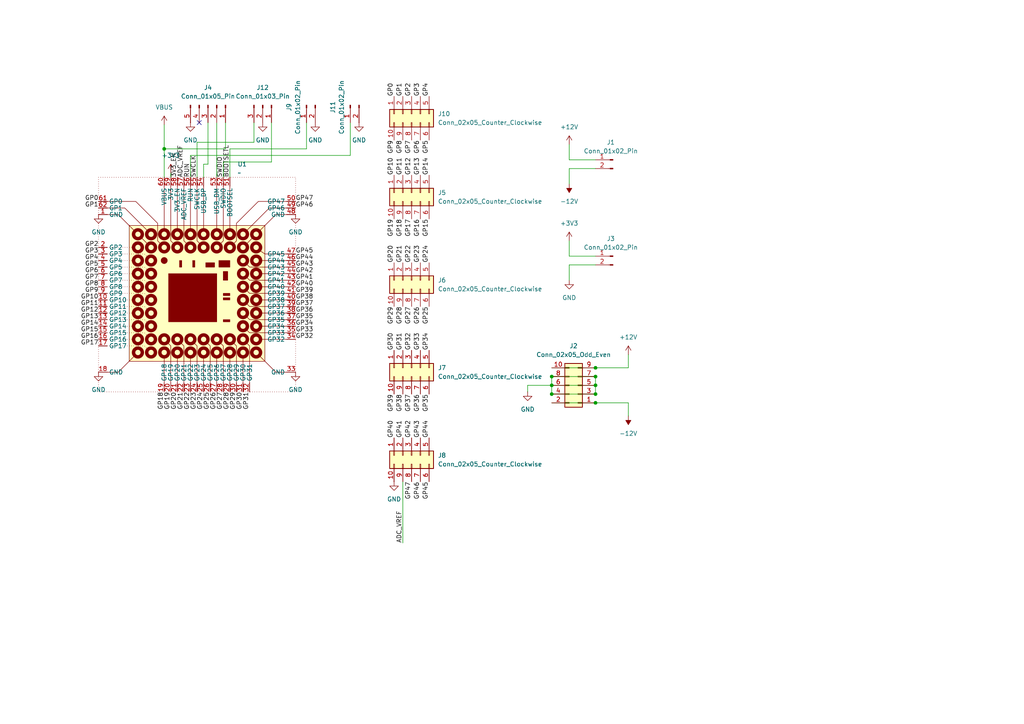
<source format=kicad_sch>
(kicad_sch (version 20231120) (generator "eeschema") (generator_version "8.0")
  (paper "A4")
  (lib_symbols
    (symbol "Connector:Conn_01x02_Pin" (pin_names (offset 1.016) hide)
      (property "Reference" "J" (at 0 2.54 0))
      (property "Value" "Conn_01x02_Pin" (at 0 -5.08 0))
      (symbol "Conn_01x02_Pin_1_1"
        (polyline (pts (xy 1.27 -2.54) (xy 0.8636 -2.54)) (stroke (width 0.1524)))
        (polyline (pts (xy 1.27 0) (xy 0.8636 0)) (stroke (width 0.1524)))
        (rectangle (start 0.8636 -2.413) (end 0 -2.667) (stroke (width 0.1524)) (fill (type outline)))
        (rectangle (start 0.8636 0.127) (end 0 -0.127) (stroke (width 0.1524)) (fill (type outline)))
        (pin passive line (at 5.08 0 180) (length 3.81) (name "Pin_1") (number "1"))
        (pin passive line (at 5.08 -2.54 180) (length 3.81) (name "Pin_2") (number "2"))
      )
    )
    (symbol "Connector:Conn_01x03_Pin" (pin_names (offset 1.016) hide)
      (property "Reference" "J" (at 0 5.08 0))
      (property "Value" "Conn_01x03_Pin" (at 0 -5.08 0))
      (symbol "Conn_01x03_Pin_1_1"
        (polyline (pts (xy 1.27 -2.54) (xy 0.8636 -2.54)) (stroke (width 0.1524)))
        (polyline (pts (xy 1.27 0) (xy 0.8636 0)) (stroke (width 0.1524)))
        (polyline (pts (xy 1.27 2.54) (xy 0.8636 2.54)) (stroke (width 0.1524)))
        (rectangle (start 0.8636 -2.413) (end 0 -2.667) (stroke (width 0.1524)) (fill (type outline)))
        (rectangle (start 0.8636 0.127) (end 0 -0.127) (stroke (width 0.1524)) (fill (type outline)))
        (rectangle (start 0.8636 2.667) (end 0 2.413) (stroke (width 0.1524)) (fill (type outline)))
        (pin passive line (at 5.08 2.54 180) (length 3.81) (name "Pin_1") (number "1"))
        (pin passive line (at 5.08 0 180) (length 3.81) (name "Pin_2") (number "2"))
        (pin passive line (at 5.08 -2.54 180) (length 3.81) (name "Pin_3") (number "3"))
      )
    )
    (symbol "Connector:Conn_01x05_Pin" (pin_names (offset 1.016) hide)
      (property "Reference" "J" (at 0 7.62 0))
      (property "Value" "Conn_01x05_Pin" (at 0 -7.62 0))
      (symbol "Conn_01x05_Pin_1_1"
        (polyline (pts (xy 1.27 -5.08) (xy 0.8636 -5.08)) (stroke (width 0.1524)))
        (polyline (pts (xy 1.27 -2.54) (xy 0.8636 -2.54)) (stroke (width 0.1524)))
        (polyline (pts (xy 1.27 0) (xy 0.8636 0)) (stroke (width 0.1524)))
        (polyline (pts (xy 1.27 2.54) (xy 0.8636 2.54)) (stroke (width 0.1524)))
        (polyline (pts (xy 1.27 5.08) (xy 0.8636 5.08)) (stroke (width 0.1524)))
        (rectangle (start 0.8636 -4.953) (end 0 -5.207) (stroke (width 0.1524)) (fill (type outline)))
        (rectangle (start 0.8636 -2.413) (end 0 -2.667) (stroke (width 0.1524)) (fill (type outline)))
        (rectangle (start 0.8636 0.127) (end 0 -0.127) (stroke (width 0.1524)) (fill (type outline)))
        (rectangle (start 0.8636 2.667) (end 0 2.413) (stroke (width 0.1524)) (fill (type outline)))
        (rectangle (start 0.8636 5.207) (end 0 4.953) (stroke (width 0.1524)) (fill (type outline)))
        (pin passive line (at 5.08 5.08 180) (length 3.81) (name "Pin_1") (number "1"))
        (pin passive line (at 5.08 2.54 180) (length 3.81) (name "Pin_2") (number "2"))
        (pin passive line (at 5.08 0 180) (length 3.81) (name "Pin_3") (number "3"))
        (pin passive line (at 5.08 -2.54 180) (length 3.81) (name "Pin_4") (number "4"))
        (pin passive line (at 5.08 -5.08 180) (length 3.81) (name "Pin_5") (number "5"))
      )
    )
    (symbol "Connector_Generic:Conn_02x05_Counter_Clockwise" (pin_names (offset 1.016) hide)
      (property "Reference" "J" (at 1.27 7.62 0))
      (property "Value" "Conn_02x05_Counter_Clockwise" (at 1.27 -7.62 0))
      (symbol "Conn_02x05_Counter_Clockwise_1_1"
        (rectangle (start -1.27 -4.953) (end 0 -5.207) (stroke (width 0.1524)))
        (rectangle (start -1.27 -2.413) (end 0 -2.667) (stroke (width 0.1524)))
        (rectangle (start -1.27 0.127) (end 0 -0.127) (stroke (width 0.1524)))
        (rectangle (start -1.27 2.667) (end 0 2.413) (stroke (width 0.1524)))
        (rectangle (start -1.27 5.207) (end 0 4.953) (stroke (width 0.1524)))
        (rectangle (start -1.27 6.35) (end 3.81 -6.35) (stroke (width 0.254)) (fill (type background)))
        (rectangle (start 3.81 -4.953) (end 2.54 -5.207) (stroke (width 0.1524)))
        (rectangle (start 3.81 -2.413) (end 2.54 -2.667) (stroke (width 0.1524)))
        (rectangle (start 3.81 0.127) (end 2.54 -0.127) (stroke (width 0.1524)))
        (rectangle (start 3.81 2.667) (end 2.54 2.413) (stroke (width 0.1524)))
        (rectangle (start 3.81 5.207) (end 2.54 4.953) (stroke (width 0.1524)))
        (pin passive line (at -5.08 5.08 0) (length 3.81) (name "Pin_1") (number "1"))
        (pin passive line (at 7.62 5.08 180) (length 3.81) (name "Pin_10") (number "10"))
        (pin passive line (at -5.08 2.54 0) (length 3.81) (name "Pin_2") (number "2"))
        (pin passive line (at -5.08 0 0) (length 3.81) (name "Pin_3") (number "3"))
        (pin passive line (at -5.08 -2.54 0) (length 3.81) (name "Pin_4") (number "4"))
        (pin passive line (at -5.08 -5.08 0) (length 3.81) (name "Pin_5") (number "5"))
        (pin passive line (at 7.62 -5.08 180) (length 3.81) (name "Pin_6") (number "6"))
        (pin passive line (at 7.62 -2.54 180) (length 3.81) (name "Pin_7") (number "7"))
        (pin passive line (at 7.62 0 180) (length 3.81) (name "Pin_8") (number "8"))
        (pin passive line (at 7.62 2.54 180) (length 3.81) (name "Pin_9") (number "9"))
      )
    )
    (symbol "Connector_Generic:Conn_02x05_Odd_Even" (pin_names (offset 1.016) hide)
      (property "Reference" "J" (at 1.27 7.62 0))
      (property "Value" "Conn_02x05_Odd_Even" (at 1.27 -7.62 0))
      (symbol "Conn_02x05_Odd_Even_1_1"
        (rectangle (start -1.27 -4.953) (end 0 -5.207) (stroke (width 0.1524)))
        (rectangle (start -1.27 -2.413) (end 0 -2.667) (stroke (width 0.1524)))
        (rectangle (start -1.27 0.127) (end 0 -0.127) (stroke (width 0.1524)))
        (rectangle (start -1.27 2.667) (end 0 2.413) (stroke (width 0.1524)))
        (rectangle (start -1.27 5.207) (end 0 4.953) (stroke (width 0.1524)))
        (rectangle (start -1.27 6.35) (end 3.81 -6.35) (stroke (width 0.254)) (fill (type background)))
        (rectangle (start 3.81 -4.953) (end 2.54 -5.207) (stroke (width 0.1524)))
        (rectangle (start 3.81 -2.413) (end 2.54 -2.667) (stroke (width 0.1524)))
        (rectangle (start 3.81 0.127) (end 2.54 -0.127) (stroke (width 0.1524)))
        (rectangle (start 3.81 2.667) (end 2.54 2.413) (stroke (width 0.1524)))
        (rectangle (start 3.81 5.207) (end 2.54 4.953) (stroke (width 0.1524)))
        (pin passive line (at -5.08 5.08 0) (length 3.81) (name "Pin_1") (number "1"))
        (pin passive line (at 7.62 -5.08 180) (length 3.81) (name "Pin_10") (number "10"))
        (pin passive line (at 7.62 5.08 180) (length 3.81) (name "Pin_2") (number "2"))
        (pin passive line (at -5.08 2.54 0) (length 3.81) (name "Pin_3") (number "3"))
        (pin passive line (at 7.62 2.54 180) (length 3.81) (name "Pin_4") (number "4"))
        (pin passive line (at -5.08 0 0) (length 3.81) (name "Pin_5") (number "5"))
        (pin passive line (at 7.62 0 180) (length 3.81) (name "Pin_6") (number "6"))
        (pin passive line (at -5.08 -2.54 0) (length 3.81) (name "Pin_7") (number "7"))
        (pin passive line (at 7.62 -2.54 180) (length 3.81) (name "Pin_8") (number "8"))
        (pin passive line (at -5.08 -5.08 0) (length 3.81) (name "Pin_9") (number "9"))
      )
    )
    (symbol "allen-synthesis:PGA2350"
      (property "Reference" "U" (at 0 1.27 0))
      (symbol "PGA2350_1_1"
        (polyline (pts (xy 2.54 -46.99) (xy 10.16 -46.99)))
        (polyline (pts (xy 2.54 -43.18) (xy 10.16 -43.18)))
        (polyline (pts (xy 2.54 -39.37) (xy 10.16 -39.37)))
        (polyline (pts (xy 2.54 -35.56) (xy 10.16 -35.56)))
        (polyline (pts (xy 2.54 -31.75) (xy 10.16 -31.75)))
        (polyline (pts (xy 2.54 -27.94) (xy 10.16 -27.94)))
        (polyline (pts (xy 2.54 -24.13) (xy 10.16 -24.13)))
        (polyline (pts (xy 2.54 -20.32) (xy 10.16 -20.32)))
        (polyline (pts (xy 14.605 -19.685) (xy 12.065 -17.145)))
        (polyline (pts (xy 19.05 -59.69) (xy 19.05 -52.07)))
        (polyline (pts (xy 19.05 -2.54) (xy 19.05 -15.24)))
        (polyline (pts (xy 22.86 -59.69) (xy 22.86 -52.07)))
        (polyline (pts (xy 22.86 -2.54) (xy 22.86 -15.24)))
        (polyline (pts (xy 26.67 -59.69) (xy 26.67 -52.07)))
        (polyline (pts (xy 26.67 -2.54) (xy 26.67 -15.24)))
        (polyline (pts (xy 30.48 -59.69) (xy 30.48 -52.07)))
        (polyline (pts (xy 30.48 -2.54) (xy 30.48 -15.24)))
        (polyline (pts (xy 34.29 -59.69) (xy 34.29 -52.07)))
        (polyline (pts (xy 34.29 -2.54) (xy 34.29 -15.24)))
        (polyline (pts (xy 38.1 -59.69) (xy 38.1 -52.07)))
        (polyline (pts (xy 38.1 -2.54) (xy 38.1 -15.24)))
        (polyline (pts (xy 41.91 -59.69) (xy 41.91 -52.07)))
        (polyline (pts (xy 42.545 -19.685) (xy 45.085 -17.145)))
        (polyline (pts (xy 54.61 -46.99) (xy 46.99 -46.99)))
        (polyline (pts (xy 54.61 -43.18) (xy 46.99 -43.18)))
        (polyline (pts (xy 54.61 -39.37) (xy 46.99 -39.37)))
        (polyline (pts (xy 54.61 -35.56) (xy 46.99 -35.56)))
        (polyline (pts (xy 54.61 -31.75) (xy 46.99 -31.75)))
        (polyline (pts (xy 54.61 -27.94) (xy 46.99 -27.94)))
        (polyline (pts (xy 54.61 -24.13) (xy 46.99 -24.13)))
        (polyline (pts (xy 2.54 -48.895) (xy 13.335 -48.895) (xy 14.605 -50.165)))
        (polyline (pts (xy 2.54 -45.085) (xy 13.335 -45.085) (xy 14.605 -46.355)))
        (polyline (pts (xy 2.54 -41.275) (xy 13.335 -41.275) (xy 14.605 -42.545)))
        (polyline (pts (xy 2.54 -37.465) (xy 13.335 -37.465) (xy 14.605 -38.735)))
        (polyline (pts (xy 2.54 -33.655) (xy 13.335 -33.655) (xy 14.605 -34.925)))
        (polyline (pts (xy 2.54 -29.845) (xy 13.335 -29.845) (xy 14.605 -31.115)))
        (polyline (pts (xy 2.54 -26.035) (xy 13.335 -26.035) (xy 14.605 -27.305)))
        (polyline (pts (xy 2.54 -22.225) (xy 13.335 -22.225) (xy 14.605 -23.495)))
        (polyline (pts (xy 10.795 -51.435) (xy 5.715 -56.515) (xy 2.54 -56.515)))
        (polyline (pts (xy 10.795 -15.875) (xy 5.715 -10.795) (xy 2.54 -10.795)))
        (polyline (pts (xy 14.605 -15.875) (xy 7.62 -8.89) (xy 2.54 -8.89)))
        (polyline (pts (xy 20.955 -59.69) (xy 20.955 -48.895) (xy 19.685 -47.625)))
        (polyline (pts (xy 20.955 -2.54) (xy 20.955 -18.415) (xy 22.225 -19.685)))
        (polyline (pts (xy 24.765 -59.69) (xy 24.765 -48.895) (xy 23.495 -47.625)))
        (polyline (pts (xy 24.765 -2.54) (xy 24.765 -18.415) (xy 26.035 -19.685)))
        (polyline (pts (xy 28.575 -59.69) (xy 28.575 -48.895) (xy 27.305 -47.625)))
        (polyline (pts (xy 28.575 -2.54) (xy 28.575 -18.415) (xy 29.845 -19.685)))
        (polyline (pts (xy 32.385 -59.69) (xy 32.385 -48.895) (xy 31.115 -47.625)))
        (polyline (pts (xy 36.195 -59.69) (xy 36.195 -48.895) (xy 34.925 -47.625)))
        (polyline (pts (xy 36.195 -2.54) (xy 36.195 -18.415) (xy 34.925 -19.685)))
        (polyline (pts (xy 40.005 -59.69) (xy 40.005 -48.895) (xy 38.735 -47.625)))
        (polyline (pts (xy 42.545 -15.875) (xy 49.53 -8.89) (xy 54.61 -8.89)))
        (polyline (pts (xy 43.815 -59.69) (xy 43.815 -48.895) (xy 42.545 -47.625)))
        (polyline (pts (xy 46.355 -51.435) (xy 51.435 -56.515) (xy 54.61 -56.515)))
        (polyline (pts (xy 46.355 -15.875) (xy 51.435 -10.795) (xy 54.61 -10.795)))
        (polyline (pts (xy 54.61 -45.085) (xy 43.815 -45.085) (xy 42.545 -43.815)))
        (polyline (pts (xy 54.61 -41.275) (xy 43.815 -41.275) (xy 42.545 -40.005)))
        (polyline (pts (xy 54.61 -37.465) (xy 43.815 -37.465) (xy 42.545 -36.195)))
        (polyline (pts (xy 54.61 -33.655) (xy 43.815 -33.655) (xy 42.545 -32.385)))
        (polyline (pts (xy 54.61 -29.845) (xy 43.815 -29.845) (xy 42.545 -28.575)))
        (polyline (pts (xy 54.61 -26.035) (xy 43.815 -26.035) (xy 42.545 -24.765)))
        (polyline (pts (xy 54.61 -22.225) (xy 48.26 -22.225) (xy 46.355 -20.955)))
        (polyline (pts (xy 18.415 -19.685) (xy 17.145 -18.415) (xy 17.145 -13.335) (xy 10.795 -6.985) (xy 2.54 -6.985)))
        (polyline (pts (xy 38.735 -19.685) (xy 40.005 -18.415) (xy 40.005 -13.335) (xy 46.355 -6.985) (xy 54.61 -6.985)))
        (rectangle (start 0 0) (end 57.15 -62.23) (stroke (width 0) (type dot)))
        (rectangle (start 8.89 -13.97) (end 48.26 -53.34) (fill (type background)))
        (circle (center 11.43 -50.8) (radius 1.27) (stroke (width 1)))
        (circle (center 11.43 -46.99) (radius 1.27) (stroke (width 1)))
        (circle (center 11.43 -43.18) (radius 1.27) (stroke (width 1)))
        (circle (center 11.43 -39.37) (radius 1.27) (stroke (width 1)))
        (circle (center 11.43 -35.56) (radius 1.27) (stroke (width 1)))
        (circle (center 11.43 -31.75) (radius 1.27) (stroke (width 1)))
        (circle (center 11.43 -27.94) (radius 1.27) (stroke (width 1)))
        (circle (center 11.43 -24.13) (radius 1.27) (stroke (width 1)))
        (circle (center 11.43 -20.32) (radius 1.27) (stroke (width 1)))
        (circle (center 11.43 -16.51) (radius 1.27) (stroke (width 1)))
        (circle (center 15.24 -50.8) (radius 1.27) (stroke (width 1)))
        (circle (center 15.24 -46.99) (radius 1.27) (stroke (width 1)))
        (circle (center 15.24 -43.18) (radius 1.27) (stroke (width 1)))
        (circle (center 15.24 -39.37) (radius 1.27) (stroke (width 1)))
        (circle (center 15.24 -35.56) (radius 1.27) (stroke (width 1)))
        (circle (center 15.24 -31.75) (radius 1.27) (stroke (width 1)))
        (circle (center 15.24 -27.94) (radius 1.27) (stroke (width 1)))
        (circle (center 15.24 -24.13) (radius 1.27) (stroke (width 1)))
        (circle (center 15.24 -20.32) (radius 1.27) (stroke (width 1)))
        (circle (center 15.24 -16.51) (radius 1.27) (stroke (width 1)))
        (circle (center 19.05 -50.8) (radius 1.27) (stroke (width 1)))
        (circle (center 19.05 -46.99) (radius 1.27) (stroke (width 1)))
        (circle (center 19.05 -24.13) (radius 0.898) (fill (type outline)))
        (circle (center 19.05 -20.32) (radius 1.27) (stroke (width 1)))
        (circle (center 19.05 -16.51) (radius 1.27) (stroke (width 1)))
        (rectangle (start 20.32 -27.94) (end 34.29 -41.91) (fill (type outline)))
        (circle (center 22.86 -50.8) (radius 1.27) (stroke (width 1)))
        (circle (center 22.86 -46.99) (radius 1.27) (stroke (width 1)))
        (circle (center 22.86 -20.32) (radius 1.27) (stroke (width 1)))
        (circle (center 22.86 -16.51) (radius 1.27) (stroke (width 1)))
        (rectangle (start 23.495 -24.13) (end 24.13 -26.035) (fill (type outline)))
        (circle (center 26.67 -50.8) (radius 1.27) (stroke (width 1)))
        (circle (center 26.67 -46.99) (radius 1.27) (stroke (width 1)))
        (circle (center 26.67 -20.32) (radius 1.27) (stroke (width 1)))
        (circle (center 26.67 -16.51) (radius 1.27) (stroke (width 1)))
        (rectangle (start 27.305 -24.13) (end 27.94 -26.035) (fill (type outline)))
        (circle (center 30.48 -50.8) (radius 1.27) (stroke (width 1)))
        (circle (center 30.48 -46.99) (radius 1.27) (stroke (width 1)))
        (circle (center 30.48 -20.32) (radius 1.27) (stroke (width 1)))
        (circle (center 30.48 -16.51) (radius 1.27) (stroke (width 1)))
        (rectangle (start 31.115 -26.035) (end 33.655 -24.765) (fill (type outline)))
        (circle (center 34.29 -50.8) (radius 1.27) (stroke (width 1)))
        (circle (center 34.29 -46.99) (radius 1.27) (stroke (width 1)))
        (circle (center 34.29 -20.32) (radius 1.27) (stroke (width 1)))
        (circle (center 34.29 -16.51) (radius 1.27) (stroke (width 1)))
        (rectangle (start 34.925 -24.13) (end 38.1 -26.035) (fill (type outline)))
        (rectangle (start 36.195 -41.91) (end 38.1 -41.275) (fill (type outline)))
        (rectangle (start 36.195 -35.56) (end 38.1 -34.925) (fill (type outline)))
        (rectangle (start 36.195 -34.29) (end 38.1 -33.655) (fill (type outline)))
        (rectangle (start 36.195 -27.305) (end 37.465 -29.845) (fill (type outline)))
        (circle (center 38.1 -50.8) (radius 1.27) (stroke (width 1)))
        (circle (center 38.1 -46.99) (radius 1.27) (stroke (width 1)))
        (circle (center 38.1 -20.32) (radius 1.27) (stroke (width 1)))
        (circle (center 38.1 -16.51) (radius 1.27) (stroke (width 1)))
        (circle (center 41.91 -50.8) (radius 1.27) (stroke (width 1)))
        (circle (center 41.91 -46.99) (radius 1.27) (stroke (width 1)))
        (circle (center 41.91 -43.18) (radius 1.27) (stroke (width 1)))
        (circle (center 41.91 -39.37) (radius 1.27) (stroke (width 1)))
        (circle (center 41.91 -35.56) (radius 1.27) (stroke (width 1)))
        (circle (center 41.91 -31.75) (radius 1.27) (stroke (width 1)))
        (circle (center 41.91 -27.94) (radius 1.27) (stroke (width 1)))
        (circle (center 41.91 -24.13) (radius 1.27) (stroke (width 1)))
        (circle (center 41.91 -20.32) (radius 1.27) (stroke (width 1)))
        (circle (center 41.91 -16.51) (radius 1.27) (stroke (width 1)))
        (circle (center 45.72 -50.8) (radius 1.27) (stroke (width 1)))
        (circle (center 45.72 -46.99) (radius 1.27) (stroke (width 1)))
        (circle (center 45.72 -43.18) (radius 1.27) (stroke (width 1)))
        (circle (center 45.72 -39.37) (radius 1.27) (stroke (width 1)))
        (circle (center 45.72 -35.56) (radius 1.27) (stroke (width 1)))
        (circle (center 45.72 -31.75) (radius 1.27) (stroke (width 1)))
        (circle (center 45.72 -27.94) (radius 1.27) (stroke (width 1)))
        (circle (center 45.72 -24.13) (radius 1.27) (stroke (width 1)))
        (circle (center 45.72 -20.32) (radius 1.27) (stroke (width 1)))
        (circle (center 45.72 -16.51) (radius 1.27) (stroke (width 1)))
        (pin bidirectional line (at 0 -10.795 0) (length 2.54) (name "GND") (number "1"))
        (pin bidirectional line (at 0 -35.56 0) (length 2.54) (name "GP10") (number "10"))
        (pin bidirectional line (at 0 -37.465 0) (length 2.54) (name "GP11") (number "11"))
        (pin bidirectional line (at 0 -39.37 0) (length 2.54) (name "GP12") (number "12"))
        (pin bidirectional line (at 0 -41.275 0) (length 2.54) (name "GP13") (number "13"))
        (pin bidirectional line (at 0 -43.18 0) (length 2.54) (name "GP14") (number "14"))
        (pin bidirectional line (at 0 -45.085 0) (length 2.54) (name "GP15") (number "15"))
        (pin bidirectional line (at 0 -46.99 0) (length 2.54) (name "GP16") (number "16"))
        (pin bidirectional line (at 0 -48.895 0) (length 2.54) (name "GP17") (number "17"))
        (pin bidirectional line (at 0 -56.515 0) (length 2.54) (name "GND") (number "18"))
        (pin bidirectional line (at 19.05 -62.23 90) (length 2.54) (name "GP18") (number "19"))
        (pin bidirectional line (at 0 -20.32 0) (length 2.54) (name "GP2") (number "2"))
        (pin bidirectional line (at 20.955 -62.23 90) (length 2.54) (name "GP19") (number "20"))
        (pin bidirectional line (at 22.86 -62.23 90) (length 2.54) (name "GP20") (number "21"))
        (pin bidirectional line (at 24.765 -62.23 90) (length 2.54) (name "GP21") (number "22"))
        (pin bidirectional line (at 26.67 -62.23 90) (length 2.54) (name "GP22") (number "23"))
        (pin bidirectional line (at 28.575 -62.23 90) (length 2.54) (name "GP23") (number "24"))
        (pin bidirectional line (at 30.48 -62.23 90) (length 2.54) (name "GP24") (number "25"))
        (pin bidirectional line (at 32.385 -62.23 90) (length 2.54) (name "GP25") (number "26"))
        (pin bidirectional line (at 34.29 -62.23 90) (length 2.54) (name "GP26") (number "27"))
        (pin bidirectional line (at 36.195 -62.23 90) (length 2.54) (name "GP27") (number "28"))
        (pin bidirectional line (at 38.1 -62.23 90) (length 2.54) (name "GP28") (number "29"))
        (pin bidirectional line (at 0 -22.225 0) (length 2.54) (name "GP3") (number "3"))
        (pin bidirectional line (at 40.005 -62.23 90) (length 2.54) (name "GP29") (number "30"))
        (pin bidirectional line (at 41.91 -62.23 90) (length 2.54) (name "GP30") (number "31"))
        (pin bidirectional line (at 43.815 -62.23 90) (length 2.54) (name "GP31") (number "32"))
        (pin bidirectional line (at 57.15 -56.515 180) (length 2.54) (name "GND") (number "33"))
        (pin bidirectional line (at 57.15 -46.99 180) (length 2.54) (name "GP32") (number "34"))
        (pin bidirectional line (at 57.15 -45.085 180) (length 2.54) (name "GP33") (number "35"))
        (pin bidirectional line (at 57.15 -43.18 180) (length 2.54) (name "GP34") (number "36"))
        (pin bidirectional line (at 57.15 -41.275 180) (length 2.54) (name "GP35") (number "37"))
        (pin bidirectional line (at 57.15 -39.37 180) (length 2.54) (name "GP36") (number "38"))
        (pin bidirectional line (at 57.15 -37.465 180) (length 2.54) (name "GP37") (number "39"))
        (pin bidirectional line (at 0 -24.13 0) (length 2.54) (name "GP4") (number "4"))
        (pin bidirectional line (at 57.15 -35.56 180) (length 2.54) (name "GP38") (number "40"))
        (pin bidirectional line (at 57.15 -33.655 180) (length 2.54) (name "GP39") (number "41"))
        (pin bidirectional line (at 57.15 -31.75 180) (length 2.54) (name "GP40") (number "42"))
        (pin bidirectional line (at 57.15 -29.845 180) (length 2.54) (name "GP41") (number "43"))
        (pin bidirectional line (at 57.15 -27.94 180) (length 2.54) (name "GP42") (number "44"))
        (pin bidirectional line (at 57.15 -26.035 180) (length 2.54) (name "GP43") (number "45"))
        (pin bidirectional line (at 57.15 -24.13 180) (length 2.54) (name "GP44") (number "46"))
        (pin bidirectional line (at 57.15 -22.225 180) (length 2.54) (name "GP45") (number "47"))
        (pin bidirectional line (at 57.15 -10.795 180) (length 2.54) (name "GND") (number "48"))
        (pin bidirectional line (at 57.15 -8.89 180) (length 2.54) (name "GP46") (number "49"))
        (pin bidirectional line (at 0 -26.035 0) (length 2.54) (name "GP5") (number "5"))
        (pin bidirectional line (at 57.15 -6.985 180) (length 2.54) (name "GP47") (number "50"))
        (pin bidirectional line (at 38.1 0 270) (length 2.54) (name "BOOTSEL") (number "51"))
        (pin bidirectional line (at 36.195 0 270) (length 2.54) (name "SWDIO") (number "52"))
        (pin bidirectional line (at 34.29 0 270) (length 2.54) (name "USB_DM") (number "53"))
        (pin bidirectional line (at 30.48 0 270) (length 2.54) (name "USB_DP") (number "54"))
        (pin bidirectional line (at 28.575 0 270) (length 2.54) (name "SWCLK") (number "55"))
        (pin bidirectional line (at 26.67 0 270) (length 2.54) (name "RUN") (number "56"))
        (pin bidirectional line (at 24.765 0 270) (length 2.54) (name "ADC_VREF") (number "57"))
        (pin bidirectional line (at 22.86 0 270) (length 2.54) (name "3V3_EN") (number "58"))
        (pin bidirectional line (at 20.955 0 270) (length 2.54) (name "3V3") (number "59"))
        (pin bidirectional line (at 0 -27.94 0) (length 2.54) (name "GP6") (number "6"))
        (pin bidirectional line (at 19.05 0 270) (length 2.54) (name "VBUS") (number "60"))
        (pin bidirectional line (at 0 -6.985 0) (length 2.54) (name "GP0") (number "61"))
        (pin bidirectional line (at 0 -8.89 0) (length 2.54) (name "GP1") (number "62"))
        (pin bidirectional line (at 0 -29.845 0) (length 2.54) (name "GP7") (number "7"))
        (pin bidirectional line (at 0 -31.75 0) (length 2.54) (name "GP8") (number "8"))
        (pin bidirectional line (at 0 -33.655 0) (length 2.54) (name "GP9") (number "9"))
      )
    )
    (symbol "power:+12V" (power) (pin_numbers hide) (pin_names (offset 0) hide)
      (property "Value" "+12V" (at 0 3.556 0))
      (symbol "+12V_0_1"
        (polyline (pts (xy -0.762 1.27) (xy 0 2.54)))
        (polyline (pts (xy 0 0) (xy 0 2.54)))
        (polyline (pts (xy 0 2.54) (xy 0.762 1.27)))
      )
      (symbol "+12V_1_1"
        (pin power_in line (at 0 0 90) (length 0) (name "~") (number "1"))
      )
    )
    (symbol "power:+3V3" (power) (pin_numbers hide) (pin_names (offset 0) hide)
      (property "Value" "+3V3" (at 0 3.556 0))
      (symbol "+3V3_0_1"
        (polyline (pts (xy -0.762 1.27) (xy 0 2.54)))
        (polyline (pts (xy 0 0) (xy 0 2.54)))
        (polyline (pts (xy 0 2.54) (xy 0.762 1.27)))
      )
      (symbol "+3V3_1_1"
        (pin power_in line (at 0 0 90) (length 0) (name "~") (number "1"))
      )
    )
    (symbol "power:-12V" (power) (pin_numbers hide) (pin_names (offset 0) hide)
      (property "Value" "-12V" (at 0 3.556 0))
      (symbol "-12V_0_0"
        (pin power_in line (at 0 0 90) (length 0) (name "~") (number "1"))
      )
      (symbol "-12V_0_1"
        (polyline (pts (xy 0 0) (xy 0 1.27) (xy 0.762 1.27) (xy 0 2.54) (xy -0.762 1.27) (xy 0 1.27)) (fill (type outline)))
      )
    )
    (symbol "power:GND" (power) (pin_numbers hide) (pin_names (offset 0) hide)
      (property "Value" "GND" (at 0 -3.81 0))
      (symbol "GND_0_1"
        (polyline (pts (xy 0 0) (xy 0 -1.27) (xy 1.27 -1.27) (xy 0 -2.54) (xy -1.27 -1.27) (xy 0 -1.27)))
      )
      (symbol "GND_1_1"
        (pin power_in line (at 0 0 270) (length 0) (name "~") (number "1"))
      )
    )
    (symbol "power:VBUS" (power) (pin_numbers hide) (pin_names (offset 0) hide)
      (property "Value" "VBUS" (at 0 3.556 0))
      (symbol "VBUS_0_1"
        (polyline (pts (xy -0.762 1.27) (xy 0 2.54)))
        (polyline (pts (xy 0 0) (xy 0 2.54)))
        (polyline (pts (xy 0 2.54) (xy 0.762 1.27)))
      )
      (symbol "VBUS_1_1"
        (pin power_in line (at 0 0 90) (length 0) (name "~") (number "1"))
      )
    )
  )
  (junction (at 172.72 111.76))
  (junction (at 47.625 43.18))
  (junction (at 160.02 111.76))
  (junction (at 172.72 106.68))
  (junction (at 172.72 116.84))
  (junction (at 172.72 114.3))
  (junction (at 160.02 109.22))
  (junction (at 160.02 114.3))
  (junction (at 172.72 109.22))
  (no_connect (at 57.785 35.56))
  (wire (pts (xy 101.6 45.085) (xy 101.6 35.56)))
  (wire (pts (xy 172.72 116.84) (xy 182.245 116.84)))
  (wire (pts (xy 165.1 48.895) (xy 165.1 53.34)))
  (wire (pts (xy 160.02 109.22) (xy 160.02 111.76)))
  (wire (pts (xy 47.625 36.195) (xy 47.625 43.18)))
  (wire (pts (xy 62.865 35.56) (xy 62.865 51.435)))
  (wire (pts (xy 172.72 46.355) (xy 165.1 46.355)))
  (wire (pts (xy 172.72 111.76) (xy 172.72 114.3)))
  (wire (pts (xy 78.74 46.99) (xy 78.74 35.56)))
  (wire (pts (xy 172.72 74.295) (xy 165.1 74.295)))
  (wire (pts (xy 57.15 41.275) (xy 73.66 41.275)))
  (wire (pts (xy 182.245 120.65) (xy 182.245 116.84)))
  (wire (pts (xy 160.02 106.68) (xy 172.72 106.68)))
  (wire (pts (xy 172.72 76.835) (xy 165.1 76.835)))
  (wire (pts (xy 182.245 102.87) (xy 182.245 106.68)))
  (wire (pts (xy 160.02 116.84) (xy 172.72 116.84)))
  (wire (pts (xy 172.72 106.68) (xy 182.245 106.68)))
  (wire (pts (xy 160.02 114.3) (xy 172.72 114.3)))
  (wire (pts (xy 160.02 109.22) (xy 172.72 109.22)))
  (wire (pts (xy 165.1 74.295) (xy 165.1 69.85)))
  (wire (pts (xy 49.53 50.165) (xy 49.53 51.435)))
  (wire (pts (xy 153.035 111.76) (xy 160.02 111.76)))
  (wire (pts (xy 116.84 139.7) (xy 116.84 157.48)))
  (wire (pts (xy 55.245 51.435) (xy 55.245 45.085)))
  (wire (pts (xy 57.15 41.275) (xy 57.15 51.435)))
  (wire (pts (xy 60.325 35.56) (xy 60.325 47.625)))
  (wire (pts (xy 165.1 46.355) (xy 165.1 41.91)))
  (wire (pts (xy 88.9 43.18) (xy 66.675 43.18)))
  (wire (pts (xy 65.405 35.56) (xy 65.405 43.18)))
  (wire (pts (xy 165.1 76.835) (xy 165.1 81.28)))
  (wire (pts (xy 59.055 47.625) (xy 59.055 51.435)))
  (wire (pts (xy 160.02 111.76) (xy 160.02 114.3)))
  (wire (pts (xy 88.9 35.56) (xy 88.9 43.18)))
  (wire (pts (xy 60.325 47.625) (xy 59.055 47.625)))
  (wire (pts (xy 153.035 113.665) (xy 153.035 111.76)))
  (wire (pts (xy 172.72 48.895) (xy 165.1 48.895)))
  (wire (pts (xy 73.66 41.275) (xy 73.66 35.56)))
  (wire (pts (xy 66.675 43.18) (xy 66.675 51.435)))
  (wire (pts (xy 160.02 111.76) (xy 172.72 111.76)))
  (wire (pts (xy 64.77 46.99) (xy 78.74 46.99)))
  (wire (pts (xy 55.245 45.085) (xy 101.6 45.085)))
  (wire (pts (xy 65.405 43.18) (xy 47.625 43.18)))
  (wire (pts (xy 47.625 43.18) (xy 47.625 51.435)))
  (wire (pts (xy 172.72 109.22) (xy 172.72 111.76)))
  (wire (pts (xy 64.77 51.435) (xy 64.77 46.99)))
  (label "GP2" (at 119.38 27.94 90))
  (label "BOOTSETL" (at 66.675 51.435 90))
  (label "GP32" (at 119.38 101.6 90))
  (label "GP16" (at 28.575 98.425 180))
  (label "GP29" (at 114.3 88.9 270))
  (label "GP15" (at 28.575 96.52 180))
  (label "GP40" (at 85.725 83.185 0))
  (label "SWDIO" (at 64.77 51.435 90))
  (label "GP4" (at 124.46 27.94 90))
  (label "GP30" (at 70.485 113.665 270))
  (label "GP11" (at 28.575 88.9 180))
  (label "GP36" (at 121.92 114.3 270))
  (label "GP11" (at 116.84 50.8 90))
  (label "GP20" (at 51.435 113.665 270))
  (label "GP46" (at 121.92 139.7 270))
  (label "GP3" (at 28.575 73.66 180))
  (label "GP10" (at 114.3 50.8 90))
  (label "GP19" (at 49.53 113.665 270))
  (label "GP17" (at 119.38 63.5 270))
  (label "GP23" (at 57.15 113.665 270))
  (label "GP22" (at 119.38 76.2 90))
  (label "GP41" (at 85.725 81.28 0))
  (label "GP40" (at 114.3 127 90))
  (label "GP5" (at 124.46 40.64 270))
  (label "GP18" (at 47.625 113.665 270))
  (label "GP30" (at 114.3 101.6 90))
  (label "GP37" (at 119.38 114.3 270))
  (label "GP42" (at 85.725 79.375 0))
  (label "GP21" (at 116.84 76.2 90))
  (label "GP43" (at 85.725 77.47 0))
  (label "ADC_VREF" (at 53.34 51.435 90))
  (label "GP13" (at 28.575 92.71 180))
  (label "GP33" (at 85.725 96.52 0))
  (label "3V3_EN" (at 51.435 51.435 90))
  (label "GP24" (at 124.46 76.2 90))
  (label "GP46" (at 85.725 60.325 0))
  (label "GP22" (at 55.245 113.665 270))
  (label "GP47" (at 119.38 139.7 270))
  (label "GP12" (at 28.575 90.805 180))
  (label "GP5" (at 28.575 77.47 180))
  (label "GP14" (at 28.575 94.615 180))
  (label "GP13" (at 121.92 50.8 90))
  (label "GP42" (at 119.38 127 90))
  (label "GP28" (at 116.84 88.9 270))
  (label "GP38" (at 116.84 114.3 270))
  (label "GP36" (at 85.725 90.805 0))
  (label "RUN" (at 55.245 51.435 90))
  (label "GP19" (at 114.3 63.5 270))
  (label "GP0" (at 114.3 27.94 90))
  (label "GP21" (at 53.34 113.665 270))
  (label "GP10" (at 28.575 86.995 180))
  (label "GP16" (at 121.92 63.5 270))
  (label "GP7" (at 28.575 81.28 180))
  (label "GP34" (at 85.725 94.615 0))
  (label "GP6" (at 28.575 79.375 180))
  (label "GP35" (at 85.725 92.71 0))
  (label "GP6" (at 121.92 40.64 270))
  (label "GP27" (at 64.77 113.665 270))
  (label "GP41" (at 116.84 127 90))
  (label "GP2" (at 28.575 71.755 180))
  (label "GP26" (at 62.865 113.665 270))
  (label "GP43" (at 121.92 127 90))
  (label "GP29" (at 68.58 113.665 270))
  (label "GP27" (at 119.38 88.9 270))
  (label "GP26" (at 121.92 88.9 270))
  (label "GP31" (at 72.39 113.665 270))
  (label "GP20" (at 114.3 76.2 90))
  (label "GP45" (at 124.46 139.7 270))
  (label "GP28" (at 66.675 113.665 270))
  (label "GP1" (at 28.575 60.325 180))
  (label "GP33" (at 121.92 101.6 90))
  (label "GP25" (at 60.96 113.665 270))
  (label "GP12" (at 119.38 50.8 90))
  (label "GP47" (at 85.725 58.42 0))
  (label "GP39" (at 114.3 114.3 270))
  (label "GP45" (at 85.725 73.66 0))
  (label "GP24" (at 59.055 113.665 270))
  (label "SWCLK" (at 57.15 51.435 90))
  (label "GP18" (at 116.84 63.5 270))
  (label "GP8" (at 28.575 83.185 180))
  (label "GP25" (at 124.46 88.9 270))
  (label "GP32" (at 85.725 98.425 0))
  (label "GP1" (at 116.84 27.94 90))
  (label "GP37" (at 85.725 88.9 0))
  (label "GP14" (at 124.46 50.8 90))
  (label "GP23" (at 121.92 76.2 90))
  (label "GP8" (at 116.84 40.64 270))
  (label "GP4" (at 28.575 75.565 180))
  (label "GP31" (at 116.84 101.6 90))
  (label "GP7" (at 119.38 40.64 270))
  (label "GP15" (at 124.46 63.5 270))
  (label "GP3" (at 121.92 27.94 90))
  (label "GP34" (at 124.46 101.6 90))
  (label "GP17" (at 28.575 100.33 180))
  (label "GP9" (at 114.3 40.64 270))
  (label "ADC_VREF" (at 116.84 157.48 90))
  (label "GP35" (at 124.46 114.3 270))
  (label "GP9" (at 28.575 85.09 180))
  (label "GP44" (at 124.46 127 90))
  (label "GP44" (at 85.725 75.565 0))
  (label "GP39" (at 85.725 85.09 0))
  (label "GP38" (at 85.725 86.995 0))
  (label "GP0" (at 28.575 58.42 180))
  (symbol (lib_id "power:+3V3") (at 49.53 50.165 0) (unit 1)
    (property "Reference" "#PWR06" (effects (hide yes)))
    (property "Value" "+3V3" (at 49.53 45.085 0))
    (property "Description" "Power symbol creates a global label with name \"+3V3\"" (effects (hide yes)))
  )
  (symbol (lib_id "power:GND") (at 85.725 62.23 0) (unit 1)
    (property "Reference" "#PWR03" (effects (hide yes)))
    (property "Value" "GND" (at 85.725 67.31 0))
    (property "Description" "Power symbol creates a global label with name \"GND\" , ground" (effects (hide yes)))
  )
  (symbol (lib_id "power:GND") (at 91.44 35.56 0) (unit 1)
    (property "Reference" "#PWR016" (effects (hide yes)))
    (property "Value" "GND" (at 91.44 40.64 0))
    (property "Description" "Power symbol creates a global label with name \"GND\" , ground" (effects (hide yes)))
  )
  (symbol (lib_id "Connector:Conn_01x03_Pin") (at 76.2 30.48 270) (unit 1)
    (property "Reference" "J12" (at 76.2 25.4 90))
    (property "Value" "Conn_01x03_Pin" (at 76.2 27.94 90))
    (property "Footprint" "allen-synthesis:pin-header-2.54mm-01x03" (effects (hide yes)))
    (property "Description" "Generic connector, single row, 01x03, script generated" (effects (hide yes)))
  )
  (symbol (lib_id "power:-12V") (at 165.1 53.34 180) (unit 1)
    (property "Reference" "#PWR011" (effects (hide yes)))
    (property "Value" "-12V" (at 165.1 58.42 0))
    (property "Description" "Power symbol creates a global label with name \"-12V\"" (effects (hide yes)))
  )
  (symbol (lib_id "Connector_Generic:Conn_02x05_Counter_Clockwise") (at 119.38 81.28 90) (mirror x) (unit 1)
    (property "Reference" "J6" (at 127 81.2799 90) (effects (justify right)))
    (property "Value" "Conn_02x05_Counter_Clockwise" (at 127 83.8199 90) (effects (justify right)))
    (property "Footprint" "allen-synthesis:pin-socket-2.54mm-02x05" (effects (hide yes)))
    (property "Description" "Generic connector, double row, 02x05, counter clockwise pin numbering scheme (similar to DIP package numbering), script generated (kicad-library-utils/schlib/autogen/connector/)" (effects (hide yes)))
  )
  (symbol (lib_id "power:GND") (at 114.3 139.7 0) (mirror y) (unit 1)
    (property "Reference" "#PWR015" (effects (hide yes)))
    (property "Value" "GND" (at 114.3 144.78 0))
    (property "Description" "Power symbol creates a global label with name \"GND\" , ground" (effects (hide yes)))
  )
  (symbol (lib_id "Connector_Generic:Conn_02x05_Odd_Even") (at 167.64 111.76 180) (unit 1)
    (property "Reference" "J2" (at 166.37 100.33 0))
    (property "Value" "Conn_02x05_Odd_Even" (at 166.37 102.87 0))
    (property "Footprint" "allen-synthesis:power-header-10-pin" (effects (hide yes)))
    (property "Description" "Generic connector, double row, 02x05, odd/even pin numbering scheme (row 1 odd numbers, row 2 even numbers), script generated (kicad-library-utils/schlib/autogen/connector/)" (effects (hide yes)))
  )
  (symbol (lib_id "power:GND") (at 153.035 113.665 0) (unit 1)
    (property "Reference" "#PWR09" (effects (hide yes)))
    (property "Value" "GND" (at 153.035 118.745 0))
    (property "Description" "Power symbol creates a global label with name \"GND\" , ground" (effects (hide yes)))
  )
  (symbol (lib_id "power:GND") (at 28.575 62.23 0) (unit 1)
    (property "Reference" "#PWR04" (effects (hide yes)))
    (property "Value" "GND" (at 28.575 67.31 0))
    (property "Description" "Power symbol creates a global label with name \"GND\" , ground" (effects (hide yes)))
  )
  (symbol (lib_id "power:+12V") (at 182.245 102.87 0) (unit 1)
    (property "Reference" "#PWR07" (effects (hide yes)))
    (property "Value" "+12V" (at 182.245 97.79 0))
    (property "Description" "Power symbol creates a global label with name \"+12V\"" (effects (hide yes)))
  )
  (symbol (lib_id "Connector:Conn_01x05_Pin") (at 60.325 30.48 270) (unit 1)
    (property "Reference" "J4" (at 60.325 25.4 90))
    (property "Value" "Conn_01x05_Pin" (at 60.325 27.94 90))
    (property "Footprint" "allen-synthesis:pin-header-2.54mm-01x05" (effects (hide yes)))
    (property "Description" "Generic connector, single row, 01x05, script generated" (effects (hide yes)))
  )
  (symbol (lib_id "Connector_Generic:Conn_02x05_Counter_Clockwise") (at 119.38 132.08 90) (mirror x) (unit 1)
    (property "Reference" "J8" (at 127 132.0799 90) (effects (justify right)))
    (property "Value" "Conn_02x05_Counter_Clockwise" (at 127 134.6199 90) (effects (justify right)))
    (property "Footprint" "allen-synthesis:pin-socket-2.54mm-02x05" (effects (hide yes)))
    (property "Description" "Generic connector, double row, 02x05, counter clockwise pin numbering scheme (similar to DIP package numbering), script generated (kicad-library-utils/schlib/autogen/connector/)" (effects (hide yes)))
  )
  (symbol (lib_id "power:GND") (at 55.245 35.56 0) (unit 1)
    (property "Reference" "#PWR014" (effects (hide yes)))
    (property "Value" "GND" (at 55.245 40.64 0))
    (property "Description" "Power symbol creates a global label with name \"GND\" , ground" (effects (hide yes)))
  )
  (symbol (lib_id "Connector:Conn_01x02_Pin") (at 101.6 30.48 90) (mirror x) (unit 1)
    (property "Reference" "J11" (at 96.52 31.115 0))
    (property "Value" "Conn_01x02_Pin" (at 99.06 31.115 0))
    (property "Footprint" "allen-synthesis:pin-socket-2.54mm-01x02" (effects (hide yes)))
    (property "Description" "Generic connector, single row, 01x02, script generated" (effects (hide yes)))
  )
  (symbol (lib_id "power:GND") (at 85.725 107.95 0) (unit 1)
    (property "Reference" "#PWR02" (effects (hide yes)))
    (property "Value" "GND" (at 85.725 113.03 0))
    (property "Description" "Power symbol creates a global label with name \"GND\" , ground" (effects (hide yes)))
  )
  (symbol (lib_id "power:GND") (at 104.14 35.56 0) (unit 1)
    (property "Reference" "#PWR017" (effects (hide yes)))
    (property "Value" "GND" (at 104.14 40.64 0))
    (property "Description" "Power symbol creates a global label with name \"GND\" , ground" (effects (hide yes)))
  )
  (symbol (lib_id "Connector_Generic:Conn_02x05_Counter_Clockwise") (at 119.38 55.88 90) (mirror x) (unit 1)
    (property "Reference" "J5" (at 127 55.8799 90) (effects (justify right)))
    (property "Value" "Conn_02x05_Counter_Clockwise" (at 127 58.4199 90) (effects (justify right)))
    (property "Footprint" "allen-synthesis:pin-socket-2.54mm-02x05" (effects (hide yes)))
    (property "Description" "Generic connector, double row, 02x05, counter clockwise pin numbering scheme (similar to DIP package numbering), script generated (kicad-library-utils/schlib/autogen/connector/)" (effects (hide yes)))
  )
  (symbol (lib_id "Connector:Conn_01x02_Pin") (at 177.8 46.355 0) (mirror y) (unit 1)
    (property "Reference" "J1" (at 177.165 41.275 0))
    (property "Value" "Conn_01x02_Pin" (at 177.165 43.815 0))
    (property "Footprint" "allen-synthesis:pin-socket-2.54mm-01x02" (effects (hide yes)))
    (property "Description" "Generic connector, single row, 01x02, script generated" (effects (hide yes)))
  )
  (symbol (lib_id "Connector_Generic:Conn_02x05_Counter_Clockwise") (at 119.38 106.68 90) (mirror x) (unit 1)
    (property "Reference" "J7" (at 127 106.6799 90) (effects (justify right)))
    (property "Value" "Conn_02x05_Counter_Clockwise" (at 127 109.2199 90) (effects (justify right)))
    (property "Footprint" "allen-synthesis:pin-socket-2.54mm-02x05" (effects (hide yes)))
    (property "Description" "Generic connector, double row, 02x05, counter clockwise pin numbering scheme (similar to DIP package numbering), script generated (kicad-library-utils/schlib/autogen/connector/)" (effects (hide yes)))
  )
  (symbol (lib_id "Connector:Conn_01x02_Pin") (at 177.8 74.295 0) (mirror y) (unit 1)
    (property "Reference" "J3" (at 177.165 69.215 0))
    (property "Value" "Conn_01x02_Pin" (at 177.165 71.755 0))
    (property "Footprint" "allen-synthesis:pin-socket-2.54mm-01x02" (effects (hide yes)))
    (property "Description" "Generic connector, single row, 01x02, script generated" (effects (hide yes)))
  )
  (symbol (lib_id "power:+12V") (at 165.1 41.91 0) (unit 1)
    (property "Reference" "#PWR010" (effects (hide yes)))
    (property "Value" "+12V" (at 165.1 36.83 0))
    (property "Description" "Power symbol creates a global label with name \"+12V\"" (effects (hide yes)))
  )
  (symbol (lib_id "allen-synthesis:PGA2350") (at 28.575 51.435 0) (unit 1)
    (property "Reference" "U1" (at 68.8691 47.625 0) (effects (justify left)))
    (property "Value" "~" (at 68.8691 50.165 0) (effects (justify left)))
    (property "Footprint" "allen-synthesis:PGA2350" (effects (hide yes)))
  )
  (symbol (lib_id "Connector_Generic:Conn_02x05_Counter_Clockwise") (at 119.38 33.02 90) (mirror x) (unit 1)
    (property "Reference" "J10" (at 127 33.0199 90) (effects (justify right)))
    (property "Value" "Conn_02x05_Counter_Clockwise" (at 127 35.5599 90) (effects (justify right)))
    (property "Footprint" "allen-synthesis:pin-socket-2.54mm-02x05" (effects (hide yes)))
    (property "Description" "Generic connector, double row, 02x05, counter clockwise pin numbering scheme (similar to DIP package numbering), script generated (kicad-library-utils/schlib/autogen/connector/)" (effects (hide yes)))
  )
  (symbol (lib_id "power:+3V3") (at 165.1 69.85 0) (unit 1)
    (property "Reference" "#PWR013" (effects (hide yes)))
    (property "Value" "+3V3" (at 165.1 64.77 0))
    (property "Description" "Power symbol creates a global label with name \"+3V3\"" (effects (hide yes)))
  )
  (symbol (lib_id "power:-12V") (at 182.245 120.65 180) (unit 1)
    (property "Reference" "#PWR08" (effects (hide yes)))
    (property "Value" "-12V" (at 182.245 125.73 0))
    (property "Description" "Power symbol creates a global label with name \"-12V\"" (effects (hide yes)))
  )
  (symbol (lib_id "power:GND") (at 165.1 81.28 0) (unit 1)
    (property "Reference" "#PWR012" (effects (hide yes)))
    (property "Value" "GND" (at 165.1 86.36 0))
    (property "Description" "Power symbol creates a global label with name \"GND\" , ground" (effects (hide yes)))
  )
  (symbol (lib_id "power:GND") (at 28.575 107.95 0) (unit 1)
    (property "Reference" "#PWR01" (effects (hide yes)))
    (property "Value" "GND" (at 28.575 113.03 0))
    (property "Description" "Power symbol creates a global label with name \"GND\" , ground" (effects (hide yes)))
  )
  (symbol (lib_id "power:GND") (at 76.2 35.56 0) (unit 1)
    (property "Reference" "#PWR018" (effects (hide yes)))
    (property "Value" "GND" (at 76.2 40.64 0))
    (property "Description" "Power symbol creates a global label with name \"GND\" , ground" (effects (hide yes)))
  )
  (symbol (lib_id "power:VBUS") (at 47.625 36.195 0) (unit 1)
    (property "Reference" "#PWR05" (effects (hide yes)))
    (property "Value" "VBUS" (at 47.625 31.115 0))
    (property "Description" "Power symbol creates a global label with name \"VBUS\"" (effects (hide yes)))
  )
  (symbol (lib_id "Connector:Conn_01x02_Pin") (at 88.9 30.48 90) (mirror x) (unit 1)
    (property "Reference" "J9" (at 83.82 31.115 0))
    (property "Value" "Conn_01x02_Pin" (at 86.36 31.115 0))
    (property "Footprint" "allen-synthesis:pin-socket-2.54mm-01x02" (effects (hide yes)))
    (property "Description" "Generic connector, single row, 01x02, script generated" (effects (hide yes)))
  )
)
</source>
